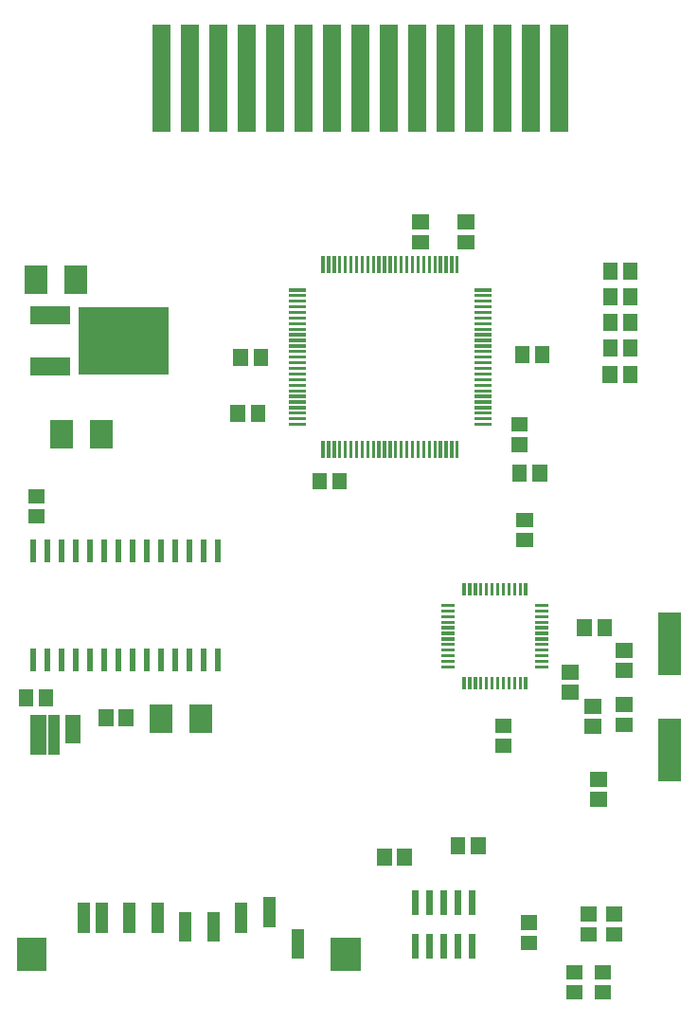
<source format=gbr>
G04 start of page 10 for group -4015 idx -4015 *
G04 Title: (unknown), toppaste *
G04 Creator: pcb 1.99z *
G04 CreationDate: Thu 29 Aug 2013 05:32:10 PM GMT UTC *
G04 For: p *
G04 Format: Gerber/RS-274X *
G04 PCB-Dimensions (mil): 6000.00 5000.00 *
G04 PCB-Coordinate-Origin: lower left *
%MOIN*%
%FSLAX25Y25*%
%LNTOPPASTE*%
%ADD106R,0.0236X0.0236*%
%ADD105R,0.1063X0.1063*%
%ADD104R,0.0551X0.0551*%
%ADD103R,0.0394X0.0394*%
%ADD102R,0.0433X0.0433*%
%ADD101R,0.0630X0.0630*%
%ADD100R,0.2362X0.2362*%
%ADD99R,0.0110X0.0110*%
%ADD98R,0.0800X0.0800*%
%ADD97R,0.0512X0.0512*%
%ADD96R,0.0200X0.0200*%
%ADD95R,0.0637X0.0637*%
G54D95*X232455Y492728D02*Y461473D01*
X242455Y492728D02*Y461473D01*
X252455Y492728D02*Y461473D01*
X262455Y492728D02*Y461473D01*
X272455Y492728D02*Y461473D01*
X282455Y492728D02*Y461473D01*
X292455Y492728D02*Y461473D01*
X302455Y492728D02*Y461473D01*
X312455Y492728D02*Y461473D01*
X322455Y492728D02*Y461473D01*
X332455Y492728D02*Y461473D01*
X342455Y492728D02*Y461473D01*
X352455Y492728D02*Y461473D01*
X362455Y492728D02*Y461473D01*
X372455Y492728D02*Y461473D01*
G54D96*X187377Y275473D02*Y269473D01*
X192377Y275473D02*Y269473D01*
X197377Y275473D02*Y269473D01*
X202377Y275473D02*Y269473D01*
X207377Y275473D02*Y269473D01*
X212377Y275473D02*Y269473D01*
X217377Y275473D02*Y269473D01*
X222377Y275473D02*Y269473D01*
X227377Y275473D02*Y269473D01*
X232377Y275473D02*Y269473D01*
X237377Y275473D02*Y269473D01*
X242377Y275473D02*Y269473D01*
X247377Y275473D02*Y269473D01*
X252377Y275473D02*Y269473D01*
Y313973D02*Y307973D01*
X247377Y313973D02*Y307973D01*
X242377Y313973D02*Y307973D01*
X237377Y313973D02*Y307973D01*
X232377Y313973D02*Y307973D01*
X227377Y313973D02*Y307973D01*
X222377Y313973D02*Y307973D01*
X217377Y313973D02*Y307973D01*
X212377Y313973D02*Y307973D01*
X207377Y313973D02*Y307973D01*
X202377Y313973D02*Y307973D01*
X197377Y313973D02*Y307973D01*
X192377Y313973D02*Y307973D01*
X187377Y313973D02*Y307973D01*
G54D97*X397456Y400467D02*Y399681D01*
X390370Y400467D02*Y399681D01*
X397456Y391467D02*Y390681D01*
X390370Y391467D02*Y390681D01*
X397456Y382467D02*Y381681D01*
X390370Y382467D02*Y381681D01*
X397378Y373366D02*Y372580D01*
X390292Y373366D02*Y372580D01*
G54D98*X188411Y407054D02*Y405054D01*
X202411Y407054D02*Y405054D01*
G54D97*X188018Y330054D02*X188804D01*
X188018Y322968D02*X188804D01*
X260259Y379334D02*Y378548D01*
X267345Y379334D02*Y378548D01*
X259259Y359649D02*Y358863D01*
X266345Y359649D02*Y358863D01*
G54D99*X289282Y348831D02*Y343933D01*
X291250Y348831D02*Y343933D01*
X293219Y348831D02*Y343933D01*
X295187Y348831D02*Y343933D01*
X297156Y348831D02*Y343933D01*
X299124Y348831D02*Y343933D01*
X301093Y348831D02*Y343933D01*
X303061Y348831D02*Y343933D01*
X305030Y348831D02*Y343933D01*
X306998Y348831D02*Y343933D01*
X308967Y348831D02*Y343933D01*
X310935Y348831D02*Y343933D01*
X312904Y348831D02*Y343933D01*
X314872Y348831D02*Y343933D01*
X316841Y348831D02*Y343933D01*
X318809Y348831D02*Y343933D01*
X320778Y348831D02*Y343933D01*
X322746Y348831D02*Y343933D01*
X324715Y348831D02*Y343933D01*
X326683Y348831D02*Y343933D01*
X328652Y348831D02*Y343933D01*
X330620Y348831D02*Y343933D01*
X332589Y348831D02*Y343933D01*
X334557Y348831D02*Y343933D01*
X336526Y348831D02*Y343933D01*
X343014Y355319D02*X347912D01*
X343014Y357287D02*X347912D01*
X343014Y359256D02*X347912D01*
X343014Y361224D02*X347912D01*
X343014Y363193D02*X347912D01*
X343014Y365161D02*X347912D01*
X343014Y367130D02*X347912D01*
X343014Y369098D02*X347912D01*
X343014Y371067D02*X347912D01*
X343014Y373035D02*X347912D01*
X343014Y375004D02*X347912D01*
X343014Y376972D02*X347912D01*
X343014Y378941D02*X347912D01*
X343014Y380909D02*X347912D01*
X343014Y382878D02*X347912D01*
X343014Y384846D02*X347912D01*
X343014Y386815D02*X347912D01*
X343014Y388783D02*X347912D01*
X343014Y390752D02*X347912D01*
X343014Y392720D02*X347912D01*
X343014Y394689D02*X347912D01*
X343014Y396657D02*X347912D01*
X343014Y398626D02*X347912D01*
X343014Y400594D02*X347912D01*
X343014Y402563D02*X347912D01*
X336526Y413949D02*Y409051D01*
X334558Y413949D02*Y409051D01*
X332589Y413949D02*Y409051D01*
X330621Y413949D02*Y409051D01*
X328652Y413949D02*Y409051D01*
X326684Y413949D02*Y409051D01*
X324715Y413949D02*Y409051D01*
X322747Y413949D02*Y409051D01*
X320778Y413949D02*Y409051D01*
X318810Y413949D02*Y409051D01*
X316841Y413949D02*Y409051D01*
X314873Y413949D02*Y409051D01*
X312904Y413949D02*Y409051D01*
X310936Y413949D02*Y409051D01*
X308967Y413949D02*Y409051D01*
X306999Y413949D02*Y409051D01*
X305030Y413949D02*Y409051D01*
X303062Y413949D02*Y409051D01*
X301093Y413949D02*Y409051D01*
X299125Y413949D02*Y409051D01*
X297156Y413949D02*Y409051D01*
X295188Y413949D02*Y409051D01*
X293219Y413949D02*Y409051D01*
X291251Y413949D02*Y409051D01*
X289282Y413949D02*Y409051D01*
X277896Y402563D02*X282794D01*
X277896Y400595D02*X282794D01*
X277896Y398626D02*X282794D01*
X277896Y396658D02*X282794D01*
X277896Y394689D02*X282794D01*
X277896Y392721D02*X282794D01*
X277896Y390752D02*X282794D01*
X277896Y388784D02*X282794D01*
X277896Y386815D02*X282794D01*
X277896Y384847D02*X282794D01*
X277896Y382878D02*X282794D01*
X277896Y380910D02*X282794D01*
X277896Y378941D02*X282794D01*
X277896Y376973D02*X282794D01*
X277896Y375004D02*X282794D01*
X277896Y373036D02*X282794D01*
X277896Y371067D02*X282794D01*
X277896Y369099D02*X282794D01*
X277896Y367130D02*X282794D01*
X277896Y365162D02*X282794D01*
X277896Y363193D02*X282794D01*
X277896Y361225D02*X282794D01*
X277896Y359256D02*X282794D01*
X277896Y357288D02*X282794D01*
X277896Y355319D02*X282794D01*
G54D97*X339322Y419414D02*X340108D01*
X339322Y426500D02*X340108D01*
X323322Y419414D02*X324108D01*
X323322Y426500D02*X324108D01*
G54D98*X211377Y352973D02*Y350973D01*
X197377Y352973D02*Y350973D01*
G54D97*X358070Y348233D02*X358856D01*
X358070Y355319D02*X358856D01*
X366517Y380177D02*Y379391D01*
X359431Y380177D02*Y379391D01*
X288070Y335775D02*Y334989D01*
X295156Y335775D02*Y334989D01*
X397456Y409467D02*Y408681D01*
X390370Y409467D02*Y408681D01*
X385752Y223493D02*X386538D01*
X385752Y230579D02*X386538D01*
X375934Y261142D02*X376720D01*
X375934Y268228D02*X376720D01*
X352358Y242260D02*X353144D01*
X352358Y249346D02*X353144D01*
X388327Y284221D02*Y283435D01*
X381241Y284221D02*Y283435D01*
X382405Y183200D02*X383191D01*
X382405Y176114D02*X383191D01*
X391405Y183200D02*X392191D01*
X391405Y176114D02*X392191D01*
G54D99*X364628Y270048D02*X368026D01*
X364628Y272016D02*X368026D01*
X364628Y273985D02*X368026D01*
X364628Y275953D02*X368026D01*
X364628Y277922D02*X368026D01*
X364628Y279890D02*X368026D01*
X364628Y281859D02*X368026D01*
X364628Y283827D02*X368026D01*
X364628Y285796D02*X368026D01*
X364628Y287764D02*X368026D01*
X364628Y289733D02*X368026D01*
X364628Y291701D02*X368026D01*
X360624Y299102D02*Y295704D01*
X358656Y299102D02*Y295704D01*
X356687Y299102D02*Y295704D01*
X354719Y299102D02*Y295704D01*
X352750Y299102D02*Y295704D01*
X350782Y299102D02*Y295704D01*
X348813Y299102D02*Y295704D01*
X346845Y299102D02*Y295704D01*
X344876Y299102D02*Y295704D01*
X342908Y299102D02*Y295704D01*
X340939Y299102D02*Y295704D01*
X338971Y299102D02*Y295704D01*
X331570Y291700D02*X334968D01*
X331570Y289732D02*X334968D01*
X331570Y287763D02*X334968D01*
X331570Y285795D02*X334968D01*
X331570Y283826D02*X334968D01*
X331570Y281858D02*X334968D01*
X331570Y279889D02*X334968D01*
X331570Y277921D02*X334968D01*
X331570Y275952D02*X334968D01*
X331570Y273984D02*X334968D01*
X331570Y272015D02*X334968D01*
X331570Y270047D02*X334968D01*
X338972Y266044D02*Y262646D01*
X340940Y266044D02*Y262646D01*
X342909Y266044D02*Y262646D01*
X344877Y266044D02*Y262646D01*
X346846Y266044D02*Y262646D01*
X348814Y266044D02*Y262646D01*
X350783Y266044D02*Y262646D01*
X352751Y266044D02*Y262646D01*
X354720Y266044D02*Y262646D01*
X356688Y266044D02*Y262646D01*
X358657Y266044D02*Y262646D01*
X360625Y266044D02*Y262646D01*
G54D97*X191864Y259539D02*Y258753D01*
X184778Y259539D02*Y258753D01*
X219956Y252467D02*Y251681D01*
X212870Y252467D02*Y251681D01*
X365549Y338626D02*Y337840D01*
X358463Y338626D02*Y337840D01*
X359818Y321792D02*X360604D01*
X359818Y314706D02*X360604D01*
X394934Y256827D02*X395720D01*
X394934Y249741D02*X395720D01*
X394934Y268828D02*X395720D01*
X394934Y275914D02*X395720D01*
G54D98*X411327Y285228D02*Y271228D01*
Y247828D02*Y233828D01*
G54D97*X383934Y256228D02*X384720D01*
X383934Y249142D02*X384720D01*
G54D100*X215119Y384732D02*X222993D01*
G54D101*X189527Y375677D02*X197008D01*
X189527Y393787D02*X197008D01*
G54D98*X232377Y252973D02*Y250973D01*
X246377Y252973D02*Y250973D01*
G54D102*X270421Y186882D02*Y180780D01*
X260579Y184914D02*Y178812D01*
X250736Y181764D02*Y175663D01*
X240894Y181764D02*Y175663D01*
X231051Y184914D02*Y178812D01*
X221209Y184914D02*Y178812D01*
X211366Y184914D02*Y178812D01*
X204969Y184914D02*Y178812D01*
X280264Y175859D02*Y169757D01*
G54D103*X194634Y251095D02*Y241252D01*
G54D104*X201327Y250307D02*Y245977D01*
G54D105*X297389Y169600D02*Y168418D01*
X186760Y169600D02*Y168418D01*
G54D104*X189122Y250307D02*Y242040D01*
G54D97*X343884Y207593D02*Y206807D01*
X336798Y207593D02*Y206807D01*
X317956Y203467D02*Y202681D01*
X310870Y203467D02*Y202681D01*
G54D106*X341798Y174996D02*Y168696D01*
X336798Y174996D02*Y168696D01*
X331798Y174996D02*Y168696D01*
X326798Y174996D02*Y168696D01*
X321798Y174996D02*Y168696D01*
X341798Y190350D02*Y184051D01*
X336798Y190350D02*Y184051D01*
X331798Y190350D02*Y184051D01*
X326798Y190350D02*Y184051D01*
X321798Y190350D02*Y184051D01*
G54D97*X361405Y173114D02*X362191D01*
X361405Y180200D02*X362191D01*
X377405Y155657D02*X378191D01*
X377405Y162743D02*X378191D01*
X387405Y155657D02*X388191D01*
X387405Y162743D02*X388191D01*
M02*

</source>
